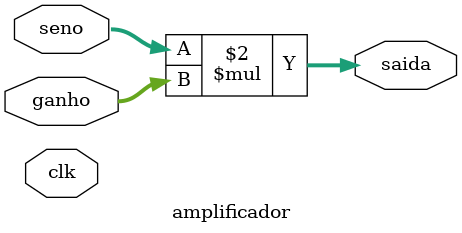
<source format=v>


`timescale 1ns/10ps

module amplificador (
    clk,
    seno,
    ganho,
    saida
);


input [1:0] clk;
input [7:0] seno;
input [3:0] ganho;
output [7:0] saida;
reg [7:0] saida;


always @(*) begin: AMPLIFICADOR_LOGIC
    saida <= seno * ganho;
end

endmodule

</source>
